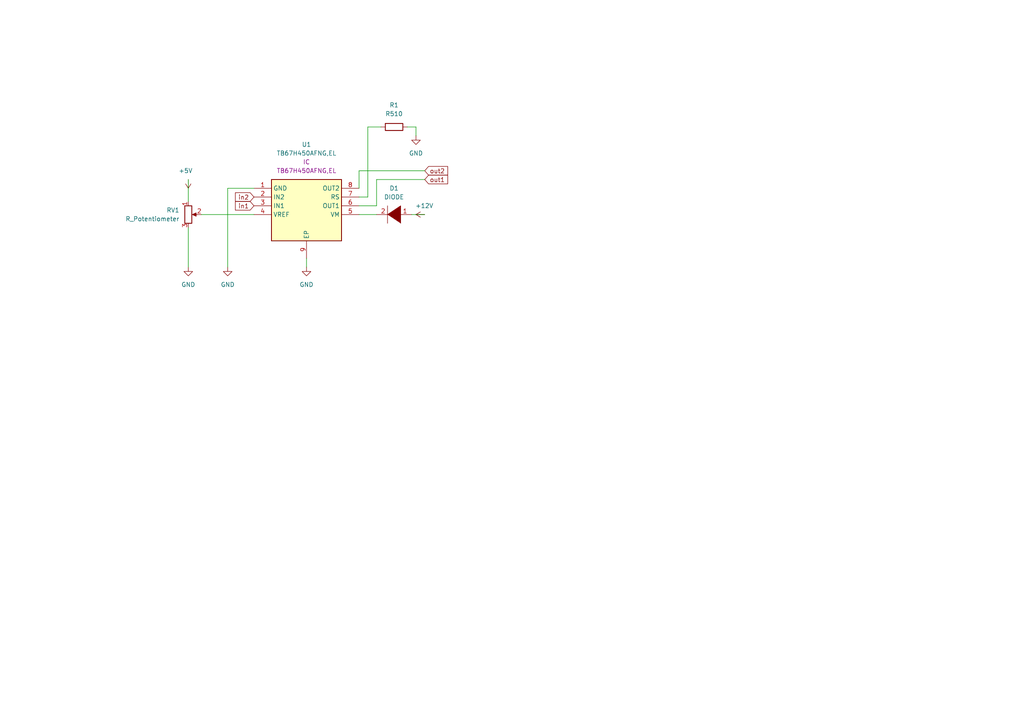
<source format=kicad_sch>
(kicad_sch (version 20211123) (generator eeschema)
  (paper "A4")
  (lib_symbols
    (symbol "Device:R" (pin_numbers hide) (pin_names (offset 0))
      (property "Reference" "R" (at 2.032 0 90))
      (property "Value" "R" (at 0 0 90))
      (symbol "R_0_1"
        (rectangle (start -1.016 -2.54) (end 1.016 2.54) (stroke (width 0.254)))
      )
      (symbol "R_1_1"
        (pin passive line (at 0 3.81 270) (length 1.27) (name "~") (number "1"))
        (pin passive line (at 0 -3.81 90) (length 1.27) (name "~") (number "2"))
      )
    )
    (symbol "Device:R_Potentiometer" (pin_names (offset 1.016) hide)
      (property "Reference" "RV" (at -4.445 0 90))
      (property "Value" "R_Potentiometer" (at -2.54 0 90))
      (symbol "R_Potentiometer_0_1"
        (polyline (pts (xy 2.54 0) (xy 1.524 0)))
        (polyline (pts (xy 1.143 0) (xy 2.286 0.508) (xy 2.286 -0.508) (xy 1.143 0)) (fill (type outline)))
        (rectangle (start 1.016 2.54) (end -1.016 -2.54) (stroke (width 0.254)))
      )
      (symbol "R_Potentiometer_1_1"
        (pin passive line (at 0 3.81 270) (length 1.27) (name "1") (number "1"))
        (pin passive line (at 3.81 0 180) (length 1.27) (name "2") (number "2"))
        (pin passive line (at 0 -3.81 90) (length 1.27) (name "3") (number "3"))
      )
    )
    (symbol "TB67H450AFNG_EL:TB67H450AFNG,EL"
      (property "Value" "TB67H450AFNG,EL" (at 0 0 0))
      (property "Reference_1" "IC" (at 26.67 7.62 0))
      (property "Value_1" "TB67H450AFNG,EL" (at 26.67 5.08 0))
      (symbol "TB67H450AFNG,EL_1_1"
        (rectangle (start 5.08 2.54) (end 25.4 -15.24) (stroke (width 0.254)) (fill (type background)))
        (pin passive line (at 0 0 0) (length 5.08) (name "GND") (number "1"))
        (pin passive line (at 0 -2.54 0) (length 5.08) (name "IN2") (number "2"))
        (pin passive line (at 0 -5.08 0) (length 5.08) (name "IN1") (number "3"))
        (pin passive line (at 0 -7.62 0) (length 5.08) (name "VREF") (number "4"))
        (pin passive line (at 30.48 -7.62 180) (length 5.08) (name "VM") (number "5"))
        (pin passive line (at 30.48 -5.08 180) (length 5.08) (name "OUT1") (number "6"))
        (pin passive line (at 30.48 -2.54 180) (length 5.08) (name "RS") (number "7"))
        (pin passive line (at 30.48 0 180) (length 5.08) (name "OUT2") (number "8"))
        (pin passive line (at 15.24 -20.32 90) (length 5.08) (name "EP") (number "9"))
      )
    )
    (symbol "power:+12V" (power) (pin_names (offset 0))
      (property "Value" "+12V" (at 0 3.556 0))
      (symbol "+12V_0_1"
        (polyline (pts (xy -0.762 1.27) (xy 0 2.54)))
        (polyline (pts (xy 0 0) (xy 0 2.54)))
        (polyline (pts (xy 0 2.54) (xy 0.762 1.27)))
      )
      (symbol "+12V_1_1"
        (pin power_in line (at 0 0 90) (length 0) hide (name "+12V") (number "1"))
      )
    )
    (symbol "power:+5V" (power) (pin_names (offset 0))
      (property "Value" "+5V" (at 0 3.556 0))
      (symbol "+5V_0_1"
        (polyline (pts (xy -0.762 1.27) (xy 0 2.54)))
        (polyline (pts (xy 0 0) (xy 0 2.54)))
        (polyline (pts (xy 0 2.54) (xy 0.762 1.27)))
      )
      (symbol "+5V_1_1"
        (pin power_in line (at 0 0 90) (length 0) hide (name "+5V") (number "1"))
      )
    )
    (symbol "power:GND" (power) (pin_names (offset 0))
      (property "Value" "GND" (at 0 -3.81 0))
      (symbol "GND_0_1"
        (polyline (pts (xy 0 0) (xy 0 -1.27) (xy 1.27 -1.27) (xy 0 -2.54) (xy -1.27 -1.27) (xy 0 -1.27)))
      )
      (symbol "GND_1_1"
        (pin power_in line (at 0 0 270) (length 0) hide (name "GND") (number "1"))
      )
    )
    (symbol "pspice:DIODE" (pin_names (offset 1.016) hide)
      (property "Reference" "D" (at 0 3.81 0))
      (property "Value" "DIODE" (at 0 -4.445 0))
      (symbol "DIODE_0_1"
        (polyline (pts (xy 1.905 2.54) (xy 1.905 -2.54)))
        (polyline (pts (xy -1.905 2.54) (xy -1.905 -2.54) (xy 1.905 0)) (fill (type outline)))
      )
      (symbol "DIODE_1_1"
        (pin input line (at -5.08 0 0) (length 3.81) (name "K") (number "1"))
        (pin input line (at 5.08 0 180) (length 3.81) (name "A") (number "2"))
      )
    )
  )
  (wire (pts (xy 54.61 66.04) (xy 54.61 77.47)))
  (wire (pts (xy 119.38 62.23) (xy 123.19 62.23)))
  (wire (pts (xy 58.42 62.23) (xy 73.66 62.23)))
  (wire (pts (xy 109.22 59.69) (xy 109.22 52.07)))
  (wire (pts (xy 88.9 74.93) (xy 88.9 77.47)))
  (wire (pts (xy 104.14 59.69) (xy 109.22 59.69)))
  (wire (pts (xy 106.68 57.15) (xy 106.68 36.83)))
  (wire (pts (xy 118.11 36.83) (xy 120.65 36.83)))
  (wire (pts (xy 66.04 54.61) (xy 66.04 77.47)))
  (wire (pts (xy 73.66 54.61) (xy 66.04 54.61)))
  (wire (pts (xy 109.22 52.07) (xy 123.19 52.07)))
  (wire (pts (xy 104.14 54.61) (xy 104.14 49.53)))
  (wire (pts (xy 104.14 49.53) (xy 123.19 49.53)))
  (wire (pts (xy 106.68 36.83) (xy 110.49 36.83)))
  (wire (pts (xy 54.61 52.07) (xy 54.61 58.42)))
  (wire (pts (xy 120.65 36.83) (xy 120.65 39.37)))
  (wire (pts (xy 104.14 57.15) (xy 106.68 57.15)))
  (wire (pts (xy 104.14 62.23) (xy 109.22 62.23)))
  (global_label "in2" (shape input) (at 73.66 57.15 180) (property "Intersheet References" "${INTERSHEET_REFS}" (effects hide)))
  (global_label "out1" (shape input) (at 123.19 52.07 0) (property "Intersheet References" "${INTERSHEET_REFS}" (effects hide)))
  (global_label "out2" (shape input) (at 123.19 49.53 0) (property "Intersheet References" "${INTERSHEET_REFS}" (effects hide)))
  (global_label "in1" (shape input) (at 73.66 59.69 180) (property "Intersheet References" "${INTERSHEET_REFS}" (effects hide)))
  (symbol (lib_id "pspice:DIODE") (at 114.3 62.23 180) (unit 1)
    (property "Reference" "D1" (at 114.3 54.61 0))
    (property "Value" "DIODE" (at 114.3 57.15 0))
  )
  (symbol (lib_id "power:GND") (at 120.65 39.37 0) (unit 1)
    (property "Reference" "#PWR?" (effects hide))
    (property "Value" "GND" (at 120.65 44.45 0))
  )
  (symbol (lib_id "Device:R_Potentiometer") (at 54.61 62.23 0) (unit 1)
    (property "Reference" "RV1" (at 52.07 60.9599 0) (effects (justify right)))
    (property "Value" "R_Potentiometer" (at 52.07 63.4999 0) (effects (justify right)))
  )
  (symbol (lib_id "power:+12V") (at 123.19 62.23 90) (unit 1)
    (property "Reference" "#PWR?" (effects hide))
    (property "Value" "+12V" (at 125.73 59.69 90) (effects (justify left)))
  )
  (symbol (lib_id "Device:R") (at 114.3 36.83 90) (unit 1)
    (property "Reference" "R1" (at 114.3 30.48 90))
    (property "Value" "R510" (at 114.3 33.02 90))
  )
  (symbol (lib_id "TB67H450AFNG_EL:TB67H450AFNG,EL") (at 73.66 54.61 0) (unit 1)
    (property "Reference" "U1" (at 88.9 41.91 0))
    (property "Value" "TB67H450AFNG,EL" (at 88.9 44.45 0))
    (property "Reference_1" "IC" (at 88.9 46.99 0))
    (property "Value_1" "TB67H450AFNG,EL" (at 88.9 49.53 0))
    (property "Footprint_1" "SOIC127P600X170-9N" (effects hide))
    (property "Datasheet_1" "https://www.mouser.jp/datasheet/2/408/Toshiba_TB67H450AFNG_datasheet_en_20201217-2932735.pdf" (effects hide))
    (property "Height" "1.7" (effects hide))
    (property "Mouser Part Number" "757-TB67H450AFNGEL" (effects hide))
    (property "Mouser Price/Stock" "https://www.mouser.co.uk/ProductDetail/Toshiba/TB67H450AFNGEL?qs=Wj%2FVkw3K%252BMBflKVnfGASbA%3D%3D" (effects hide))
    (property "Manufacturer_Name" "Toshiba" (effects hide))
    (property "Manufacturer_Part_Number" "TB67H450AFNG,EL" (effects hide))
  )
  (symbol (lib_id "power:GND") (at 54.61 77.47 0) (unit 1)
    (property "Reference" "#PWR?" (effects hide))
    (property "Value" "GND" (at 54.61 82.55 0))
  )
  (symbol (lib_id "power:GND") (at 88.9 77.47 0) (unit 1)
    (property "Reference" "#PWR?" (effects hide))
    (property "Value" "GND" (at 88.9 82.55 0))
  )
  (symbol (lib_id "power:+5V") (at 54.61 52.07 180) (unit 1)
    (property "Reference" "#PWR?" (effects hide))
    (property "Value" "+5V" (at 55.88 49.53 0) (effects (justify left)))
  )
  (symbol (lib_id "power:GND") (at 66.04 77.47 0) (unit 1)
    (property "Reference" "#PWR?" (effects hide))
    (property "Value" "GND" (at 66.04 82.55 0))
  )
)
</source>
